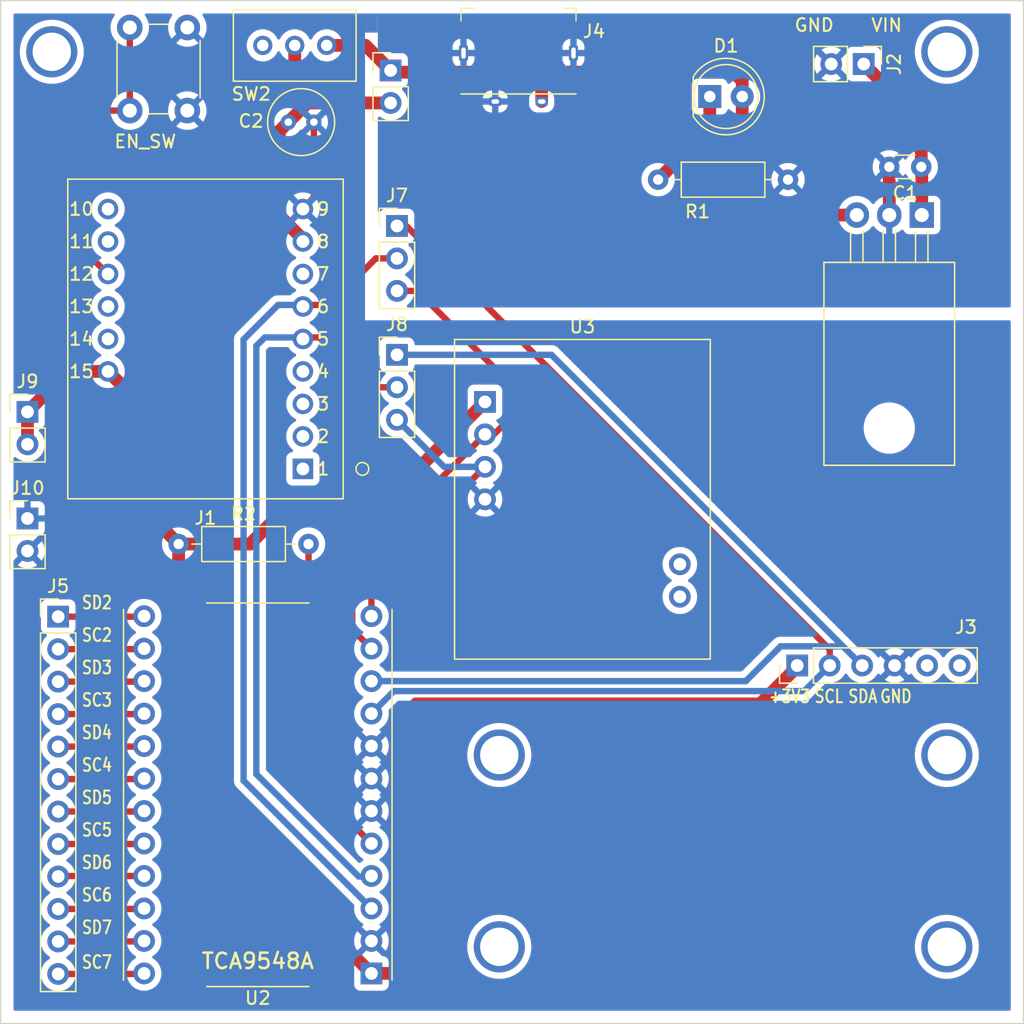
<source format=kicad_pcb>
(kicad_pcb (version 20241229) (generator "pcbnew") (generator_version "9.0")
  (layers (0 "F.Cu" signal) (2 "B.Cu" signal) (13 "F.Paste" user) (15 "B.Paste" user) (5 "F.SilkS" user "F.Silkscreen") (7 "B.SilkS" user "B.Silkscreen") (1 "F.Mask" user) (3 "B.Mask" user) (25 "Edge.Cuts" user))
  (net 0 "")
  (net 1 "GND")
  (net 2 "Net-(J2-Pin_1)")
  (net 3 "+5V")
  (net 4 "Net-(D1-K)")
  (net 9 "Net-(J1-Pin_12)")
  (net 11 "SDA")
  (net 14 "SCL")
  (net 17 "+3V3")
  (net 18 "SC0")
  (net 21 "SD0")
  (net 22 "Net-(J5-Pin_12)")
  (net 23 "Net-(J5-Pin_7)")
  (net 24 "Net-(J5-Pin_4)")
  (net 25 "Net-(J5-Pin_10)")
  (net 26 "Net-(J5-Pin_8)")
  (net 27 "Net-(J5-Pin_1)")
  (net 28 "Net-(J5-Pin_3)")
  (net 29 "Net-(J5-Pin_9)")
  (net 30 "Net-(J5-Pin_2)")
  (net 31 "Net-(J5-Pin_6)")
  (net 32 "Net-(J5-Pin_5)")
  (net 33 "Net-(J5-Pin_11)")
  (net 34 "SD1")
  (net 35 "SC1")
  (net 38 "Net-(J1-Pin_8)")
  (net 40 "Net-(U2-~{RST})")
  (footprint "Connector_PinHeader_2.54mm:PinHeader_1x03_P2.54mm_Vertical" (layer "F.Cu") (at 207 48.62)
    (property "Reference" "J7" (at 0 -2.38 0) (layer "F.SilkS") (effects (font (thickness 0.16))))
    (property "Value" "Conn_01x03_Pin" (hide yes))
    (fp_line (start -1.38 -1.38) (end 0 -1.38) (stroke (width 0.12)) (layer "F.SilkS"))
    (fp_line (start -1.38 0) (end -1.38 -1.38) (stroke (width 0.12)) (layer "F.SilkS"))
    (fp_line (start -1.38 1.27) (end -1.38 6.46) (stroke (width 0.12)) (layer "F.SilkS"))
    (fp_line (start -1.38 1.27) (end 1.38 1.27) (stroke (width 0.12)) (layer "F.SilkS"))
    (fp_line (start -1.38 6.46) (end 1.38 6.46) (stroke (width 0.12)) (layer "F.SilkS"))
    (fp_line (start 1.38 1.27) (end 1.38 6.46) (stroke (width 0.12)) (layer "F.SilkS"))
    (pad "1" thru_hole rect (at 0 0) (size 1.7 1.7) (drill 1) (layers "*.Cu" "*.Mask") (net 18 "SC0"))
    (pad "2" thru_hole circle (at 0 2.54) (size 1.7 1.7) (drill 1) (layers "*.Cu" "*.Mask") (net 14 "SCL"))
    (pad "3" thru_hole circle (at 0 5.08) (size 1.7 1.7) (drill 1) (layers "*.Cu" "*.Mask") (net 35 "SC1"))
  )
  (footprint "Resistor_THT:R_Axial_DIN0207_L6.3mm_D2.5mm_P10.16mm_Horizontal" (layer "F.Cu") (at 227.42 45)
    (property "Reference" "R1" (at 3.08 2.5 0) (layer "F.SilkS") (effects (font (thickness 0.16))))
    (property "Value" "1k")
    (fp_line (start 1.04 0) (end 1.81 0) (stroke (width 0.12)) (layer "F.SilkS"))
    (fp_line (start 9.12 0) (end 8.35 0) (stroke (width 0.12)) (layer "F.SilkS"))
    (fp_rect (start 1.81 -1.37) (end 8.35 1.37) (stroke (width 0.12)) (fill no) (layer "F.SilkS"))
    (pad "1" thru_hole circle (at 0 0) (size 1.6 1.6) (drill 0.8) (layers "*.Cu" "*.Mask") (net 4 "Net-(D1-K)"))
    (pad "2" thru_hole circle (at 10.16 0) (size 1.6 1.6) (drill 0.8) (layers "*.Cu" "*.Mask") (net 1 "GND"))
  )
  (footprint "Package_TO_SOT_THT:TO-220-3_Horizontal_TabDown" (layer "F.Cu") (at 248.04 47.77 180)
    (property "Reference" "U1" (hide yes))
    (property "Value" "BP5293-50" (hide yes))
    (fp_line (start 7.65 -3.7) (end 7.65 -19.57) (stroke (width 0.12)) (layer "F.SilkS"))
    (fp_line (start 5.565 -3.7) (end 5.565 -1.26) (stroke (width 0.12)) (layer "F.SilkS"))
    (fp_line (start 4.595 -3.7) (end 4.595 -1.26) (stroke (width 0.12)) (layer "F.SilkS"))
    (fp_line (start 3.025 -3.7) (end 3.025 -1.26) (stroke (width 0.12)) (layer "F.SilkS"))
    (fp_line (start 2.055 -3.7) (end 2.055 -1.26) (stroke (width 0.12)) (layer "F.SilkS"))
    (fp_line (start 0.485 -3.7) (end 0.485 -1.26) (stroke (width 0.12)) (layer "F.SilkS"))
    (fp_line (start -0.485 -3.7) (end -0.485 -1.26) (stroke (width 0.12)) (layer "F.SilkS"))
    (fp_line (start -2.57 -3.7) (end 7.65 -3.7) (stroke (width 0.12)) (layer "F.SilkS"))
    (fp_line (start -2.57 -3.7) (end -2.57 -19.57) (stroke (width 0.12)) (layer "F.SilkS"))
    (fp_line (start -2.57 -19.57) (end 7.65 -19.57) (stroke (width 0.12)) (layer "F.SilkS"))
    (pad "" np_thru_hole circle (at 2.54 -16.66 180) (size 3.5 3.5) (drill 3.5) (layers "*.Cu" "*.Mask"))
    (pad "1" thru_hole rect (at 0 0 180) (size 1.905 2) (drill 1.1) (layers "*.Cu" "*.Mask") (net 2 "Net-(J2-Pin_1)"))
    (pad "2" thru_hole oval (at 2.54 0 180) (size 1.905 2) (drill 1.1) (layers "*.Cu" "*.Mask") (net 1 "GND"))
    (pad "3" thru_hole oval (at 5.08 0 180) (size 1.905 2) (drill 1.1) (layers "*.Cu" "*.Mask") (net 3 "+5V"))
  )
  (footprint "KP-BNO055:KP-BNO055" (layer "F.Cu") (at 221.5 70)
    (property "Reference" "U3" (at 0 -13.5 0) (layer "F.SilkS") (effects (font (thickness 0.16))))
    (property "Value" "KP-BNO055")
    (fp_rect (start -10 -12.5) (end 10 12.5) (stroke (width 0.12)) (fill no) (layer "F.SilkS"))
    (pad "1" thru_hole rect (at -7.62 -7.62) (size 1.7 1.7) (drill 1) (layers "*.Cu" "*.Mask") (net 17 "+3V3"))
    (pad "2" thru_hole circle (at -7.62 -5.08) (size 1.7 1.7) (drill 1) (layers "*.Cu" "*.Mask") (net 35 "SC1"))
    (pad "3" thru_hole circle (at -7.62 -2.54) (size 1.7 1.7) (drill 1) (layers "*.Cu" "*.Mask") (net 34 "SD1"))
    (pad "4" thru_hole circle (at -7.62 0) (size 1.7 1.7) (drill 1) (layers "*.Cu" "*.Mask") (net 1 "GND"))
    (pad "5" thru_hole circle (at 7.62 7.62) (size 1.7 1.7) (drill 1) (layers "*.Cu" "*.Mask"))
    (pad "6" thru_hole circle (at 7.62 5.08) (size 1.7 1.7) (drill 1) (layers "*.Cu" "*.Mask"))
  )
  (footprint "Connector_PinHeader_2.54mm:PinHeader_1x02_P2.54mm_Vertical" (layer "F.Cu") (at 206.5 36.46)
    (property "Reference" "J6" (hide yes))
    (property "Value" "Conn_01x02_Pin" (hide yes))
    (fp_line (start -1.38 -1.38) (end 0 -1.38) (stroke (width 0.12)) (layer "F.SilkS"))
    (fp_line (start -1.38 0) (end -1.38 -1.38) (stroke (width 0.12)) (layer "F.SilkS"))
    (fp_line (start -1.38 1.27) (end -1.38 3.92) (stroke (width 0.12)) (layer "F.SilkS"))
    (fp_line (start -1.38 1.27) (end 1.38 1.27) (stroke (width 0.12)) (layer "F.SilkS"))
    (fp_line (start -1.38 3.92) (end 1.38 3.92) (stroke (width 0.12)) (layer "F.SilkS"))
    (fp_line (start 1.38 1.27) (end 1.38 3.92) (stroke (width 0.12)) (layer "F.SilkS"))
    (pad "1" thru_hole rect (at 0 0) (size 1.7 1.7) (drill 1) (layers "*.Cu" "*.Mask") (net 3 "+5V"))
    (pad "2" thru_hole circle (at 0 2.54) (size 1.7 1.7) (drill 1) (layers "*.Cu" "*.Mask") (net 38 "Net-(J1-Pin_8)"))
  )
  (footprint "Resistor_THT:R_Axial_DIN0207_L6.3mm_D2.5mm_P10.16mm_Horizontal" (layer "F.Cu") (at 189.92 73.5)
    (property "Reference" "R2" (at 5.08 -2.37 0) (layer "F.SilkS") (effects (font (thickness 0.16))))
    (property "Value" "10k")
    (fp_line (start 1.04 0) (end 1.81 0) (stroke (width 0.12)) (layer "F.SilkS"))
    (fp_line (start 9.12 0) (end 8.35 0) (stroke (width 0.12)) (layer "F.SilkS"))
    (fp_rect (start 1.81 -1.37) (end 8.35 1.37) (stroke (width 0.12)) (fill no) (layer "F.SilkS"))
    (pad "1" thru_hole circle (at 0 0) (size 1.6 1.6) (drill 0.8) (layers "*.Cu" "*.Mask") (net 17 "+3V3"))
    (pad "2" thru_hole circle (at 10.16 0) (size 1.6 1.6) (drill 0.8) (layers "*.Cu" "*.Mask") (net 40 "Net-(U2-~{RST})"))
  )
  (footprint "LED_THT:LED_D5.0mm" (layer "F.Cu") (at 231.46 38.5)
    (property "Reference" "D1" (at 1.27 -3.96 0) (layer "F.SilkS") (effects (font (thickness 0.16))))
    (property "Value" "PWR" (hide yes))
    (fp_line (start -1.29 -1.545) (end -1.29 1.545) (stroke (width 0.12)) (layer "F.SilkS"))
    (fp_arc (start -1.29 -1.54483) (mid 2.071779 -2.880495) (end 4.26 0) (stroke (width 0.12)) (layer "F.SilkS"))
    (fp_arc (start 4.26 0) (mid 2.071779 2.880495) (end -1.29 1.54483) (stroke (width 0.12)) (layer "F.SilkS"))
    (fp_circle (center 1.27 0) (end 3.77 0) (stroke (width 0.12)) (fill no) (layer "F.SilkS"))
    (pad "1" thru_hole rect (at 0 0) (size 1.8 1.8) (drill 0.9) (layers "*.Cu" "*.Mask") (net 4 "Net-(D1-K)"))
    (pad "2" thru_hole circle (at 2.54 0) (size 1.8 1.8) (drill 0.9) (layers "*.Cu" "*.Mask") (net 3 "+5V"))
  )
  (footprint "A295-CTRPB-1:A295-CTRPB-1" (layer "F.Cu") (at 216.5 35.1)
    (property "Reference" "J4" (at 5.9 -1.7 0) (layer "F.SilkS") (effects (font (thickness 0.16))))
    (property "Value" "A295-CTRPB-1")
    (fp_line (start -4.5 -3.5) (end -4.5 -2.5) (stroke (width 0.1)) (layer "F.SilkS"))
    (fp_line (start -4.5 -3.5) (end -3.5 -3.5) (stroke (width 0.1)) (layer "F.SilkS"))
    (fp_line (start 4.5 -3.5) (end 3.5 -3.5) (stroke (width 0.1)) (layer "F.SilkS"))
    (fp_line (start 4.5 -3.5) (end 4.5 -2.5) (stroke (width 0.1)) (layer "F.SilkS"))
    (fp_line (start 4.5 3.2) (end -4.5 3.2) (stroke (width 0.12)) (layer "F.SilkS"))
    (pad "GND" thru_hole roundrect (at -1.815 3.79) (size 0.96 0.71) (drill oval 0.6 0.35) (layers "*.Cu" "*.Mask") (net 1 "GND"))
    (pad "SH" thru_hole roundrect (at -4.3 0) (size 0.71 1.24) (drill oval 0.35 0.88) (layers "*.Cu" "*.Mask") (net 1 "GND"))
    (pad "SH" thru_hole roundrect (at 4.3 0) (size 0.71 1.24) (drill oval 0.35 0.88) (layers "*.Cu" "*.Mask") (net 1 "GND"))
    (pad "VBUS" thru_hole roundrect (at 1.815 3.79) (size 0.96 0.71) (drill oval 0.6 0.35) (layers "*.Cu" "*.Mask") (net 3 "+5V"))
  )
  (footprint "Capacitor_THT:C_Disc_D3.0mm_W1.6mm_P2.50mm" (layer "F.Cu") (at 248 44 180)
    (property "Reference" "C1" (at 1.25 -2.05 0) (layer "F.SilkS") (effects (font (thickness 0.16))))
    (property "Value" "0.1uF" (hide yes))
    (fp_line (start 2.015 0.92) (end 0.485 0.92) (stroke (width 0.12)) (layer "F.SilkS"))
    (fp_line (start 0.485 -0.92) (end 2.015 -0.92) (stroke (width 0.12)) (layer "F.SilkS"))
    (pad "1" thru_hole circle (at 0 0 180) (size 1.6 1.6) (drill 0.8) (layers "*.Cu" "*.Mask") (net 2 "Net-(J2-Pin_1)"))
    (pad "2" thru_hole circle (at 2.5 0 180) (size 1.6 1.6) (drill 0.8) (layers "*.Cu" "*.Mask") (net 1 "GND"))
  )
  (footprint "Connector_PinHeader_2.54mm:PinHeader_1x03_P2.54mm_Vertical" (layer "F.Cu") (at 207 58.7)
    (property "Reference" "J8" (at 0 -2.38 0) (layer "F.SilkS") (effects (font (thickness 0.16))))
    (property "Value" "Conn_01x03_Pin" (hide yes))
    (fp_line (start -1.38 -1.38) (end 0 -1.38) (stroke (width 0.12)) (layer "F.SilkS"))
    (fp_line (start -1.38 0) (end -1.38 -1.38) (stroke (width 0.12)) (layer "F.SilkS"))
    (fp_line (start -1.38 1.27) (end -1.38 6.46) (stroke (width 0.12)) (layer "F.SilkS"))
    (fp_line (start -1.38 1.27) (end 1.38 1.27) (stroke (width 0.12)) (layer "F.SilkS"))
    (fp_line (start -1.38 6.46) (end 1.38 6.46) (stroke (width 0.12)) (layer "F.SilkS"))
    (fp_line (start 1.38 1.27) (end 1.38 6.46) (stroke (width 0.12)) (layer "F.SilkS"))
    (pad "1" thru_hole rect (at 0 0) (size 1.7 1.7) (drill 1) (layers "*.Cu" "*.Mask") (net 21 "SD0"))
    (pad "2" thru_hole circle (at 0 2.54) (size 1.7 1.7) (drill 1) (layers "*.Cu" "*.Mask") (net 11 "SDA"))
    (pad "3" thru_hole circle (at 0 5.08) (size 1.7 1.7) (drill 1) (layers "*.Cu" "*.Mask") (net 34 "SD1"))
  )
  (footprint "SS12D00G3:SS12D00G3" (layer "F.Cu") (at 201.5 34.5 180)
    (property "Reference" "SW2" (at 5.9 -3.8 180) (layer "F.SilkS") (effects (font (thickness 0.16))))
    (property "Value" "SW_SPDT" (hide yes))
    (fp_line (start 7.3 -2.8) (end 7.3 2.8) (stroke (width 0.12)) (layer "F.SilkS"))
    (fp_line (start -2.3 2.8) (end 7.3 2.8) (stroke (width 0.12)) (layer "F.SilkS"))
    (fp_line (start -2.3 -2.8) (end 7.3 -2.8) (stroke (width 0.12)) (layer "F.SilkS"))
    (fp_line (start -2.3 -2.8) (end -2.3 2.8) (stroke (width 0.12)) (layer "F.SilkS"))
    (pad "1" thru_hole circle (at 0 0 180) (size 1.5 1.5) (drill 0.9) (layers "*.Cu" "*.Mask") (net 3 "+5V"))
    (pad "2" thru_hole circle (at 2.5 0 180) (size 1.5 1.5) (drill 0.9) (layers "*.Cu" "*.Mask") (net 38 "Net-(J1-Pin_8)"))
    (pad "3" thru_hole circle (at 5 0 180) (size 1.5 1.5) (drill 0.9) (layers "*.Cu" "*.Mask"))
  )
  (footprint "TCA9548A_Breakout:TCA9548A_Breakout" (layer "F.Cu") (at 196.11 93.11 180)
    (property "Reference" "U2" (at 0 -15.9 180) (layer "F.SilkS") (effects (font (thickness 0.16))))
    (property "Value" "TCA9548A")
    (fp_line (start 10.5 14.5) (end 10.5 -14.5) (stroke (width 0.12)) (layer "F.SilkS"))
    (fp_line (start -4 15) (end 4 15) (stroke (width 0.12)) (layer "F.SilkS"))
    (fp_line (start -4 -15) (end 4 -15) (stroke (width 0.12)) (layer "F.SilkS"))
    (fp_line (start -10.5 -14.5) (end -10.5 14.5) (stroke (width 0.12)) (layer "F.SilkS"))
    (fp_text user "SC6" (at 11.31 -7.83 180) (layer "F.SilkS") (effects (font (size 1 0.8) (thickness 0.16) (bold yes)) (justify right)))
    (fp_text user "SC4" (at 11.31 2.33 180) (layer "F.SilkS") (effects (font (size 1 0.8) (thickness 0.16) (bold yes)) (justify right)))
    (fp_text user "SD2" (at 11.31 15.03 180) (layer "F.SilkS") (effects (font (size 1 0.8) (thickness 0.16) (bold yes)) (justify right)))
    (fp_text user "SC7" (at 11.31 -13.09 180) (layer "F.SilkS") (effects (font (size 1 0.8) (thickness 0.16) (bold yes)) (justify right)))
    (fp_text user "SC3" (at 11.31 7.41 180) (layer "F.SilkS") (effects (font (size 1 0.8) (thickness 0.16) (bold yes)) (justify right)))
    (fp_text user "SC2" (at 11.31 12.49 180) (layer "F.SilkS") (effects (font (size 1 0.8) (thickness 0.16) (bold yes)) (justify right)))
    (fp_text user "SD3" (at 11.31 9.95 180) (layer "F.SilkS") (effects (font (size 1 0.8) (thickness 0.16) (bold yes)) (justify right)))
    (fp_text user "TCA9548A" (at 0 -13 180) (layer "F.SilkS") (effects (font (size 1.2 1.2) (thickness 0.2))))
    (fp_text user "SC5" (at 11.31 -2.75 180) (layer "F.SilkS") (effects (font (size 1 0.8) (thickness 0.16) (bold yes)) (justify right)))
    (fp_text user "SD5" (at 11.31 -0.21 180) (layer "F.SilkS") (effects (font (size 1 0.8) (thickness 0.16) (bold yes)) (justify right)))
    (fp_text user "SD4" (at 11.31 4.87 180) (layer "F.SilkS") (effects (font (size 1 0.8) (thickness 0.16) (bold yes)) (justify right)))
    (fp_text user "SD7" (at 11.31 -10.37 180) (layer "F.SilkS") (effects (font (size 1 0.8) (thickness 0.16) (bold yes)) (justify right)))
    (fp_text user "SD6" (at 11.31 -5.29 180) (layer "F.SilkS") (effects (font (size 1 0.8) (thickness 0.16) (bold yes)) (justify right)))
    (pad "1" thru_hole rect (at -8.89 -13.97 180) (size 1.7 1.7) (drill 1) (layers "*.Cu" "*.Mask") (net 17 "+3V3"))
    (pad "2" thru_hole circle (at -8.89 -11.43 180) (size 1.7 1.7) (drill 1) (layers "*.Cu" "*.Mask") (net 1 "GND"))
    (pad "3" thru_hole circle (at -8.89 -8.89 180) (size 1.7 1.7) (drill 1) (layers "*.Cu" "*.Mask") (net 14 "SCL"))
    (pad "4" thru_hole circle (at -8.89 -6.35 180) (size 1.7 1.7) (drill 1) (layers "*.Cu" "*.Mask") (net 11 "SDA"))
    (pad "5" thru_hole circle (at -8.89 -3.81 180) (size 1.7 1.7) (drill 1) (layers "*.Cu" "*.Mask") (net 40 "Net-(U2-~{RST})"))
    (pad "6" thru_hole circle (at -8.89 -1.27 180) (size 1.7 1.7) (drill 1) (layers "*.Cu" "*.Mask") (net 1 "GND"))
    (pad "7" thru_hole circle (at -8.89 1.27 180) (size 1.7 1.7) (drill 1) (layers "*.Cu" "*.Mask") (net 1 "GND"))
    (pad "8" thru_hole circle (at -8.89 3.81 180) (size 1.7 1.7) (drill 1) (layers "*.Cu" "*.Mask") (net 1 "GND"))
    (pad "9" thru_hole circle (at -8.89 6.35 180) (size 1.7 1.7) (drill 1) (layers "*.Cu" "*.Mask") (net 18 "SC0"))
    (pad "10" thru_hole circle (at -8.89 8.89 180) (size 1.7 1.7) (drill 1) (layers "*.Cu" "*.Mask") (net 21 "SD0"))
    (pad "11" thru_hole circle (at -8.89 11.43 180) (size 1.7 1.7) (drill 1) (layers "*.Cu" "*.Mask") (net 35 "SC1"))
    (pad "12" thru_hole circle (at -8.89 13.97 180) (size 1.7 1.7) (drill 1) (layers "*.Cu" "*.Mask") (net 34 "SD1"))
    (pad "13" thru_hole circle (at 8.89 13.97 180) (size 1.7 1.7) (drill 1) (layers "*.Cu" "*.Mask") (net 27 "Net-(J5-Pin_1)"))
    (pad "14" thru_hole circle (at 8.89 11.43 180) (size 1.7 1.7) (drill 1) (layers "*.Cu" "*.Mask") (net 30 "Net-(J5-Pin_2)"))
    (pad "15" thru_hole circle (at 8.89 8.89 180) (size 1.7 1.7) (drill 1) (layers "*.Cu" "*.Mask") (net 28 "Net-(J5-Pin_3)"))
    (pad "16" thru_hole circle (at 8.89 6.35 180) (size 1.7 1.7) (drill 1) (layers "*.Cu" "*.Mask") (net 24 "Net-(J5-Pin_4)"))
    (pad "17" thru_hole circle (at 8.89 3.81 180) (size 1.7 1.7) (drill 1) (layers "*.Cu" "*.Mask") (net 32 "Net-(J5-Pin_5)"))
    (pad "18" thru_hole circle (at 8.89 1.27 180) (size 1.7 1.7) (drill 1) (layers "*.Cu" "*.Mask") (net 31 "Net-(J5-Pin_6)"))
    (pad "19" thru_hole circle (at 8.89 -1.27 180) (size 1.7 1.7) (drill 1) (layers "*.Cu" "*.Mask") (net 23 "Net-(J5-Pin_7)"))
    (pad "20" thru_hole circle (at 8.89 -3.81 180) (size 1.7 1.7) (drill 1) (layers "*.Cu" "*.Mask") (net 26 "Net-(J5-Pin_8)"))
    (pad "21" thru_hole circle (at 8.89 -6.35 180) (size 1.7 1.7) (drill 1) (layers "*.Cu" "*.Mask") (net 29 "Net-(J5-Pin_9)"))
    (pad "22" thru_hole circle (at 8.89 -8.89 180) (size 1.7 1.7) (drill 1) (layers "*.Cu" "*.Mask") (net 25 "Net-(J5-Pin_10)"))
    (pad "23" thru_hole circle (at 8.89 -11.43 180) (size 1.7 1.7) (drill 1) (layers "*.Cu" "*.Mask") (net 33 "Net-(J5-Pin_11)"))
    (pad "24" thru_hole circle (at 8.89 -13.97 180) (size 1.7 1.7) (drill 1) (layers "*.Cu" "*.Mask") (net 22 "Net-(J5-Pin_12)"))
  )
  (footprint "Connector_PinHeader_2.54mm:PinHeader_1x12_P2.54mm_Vertical" (layer "F.Cu") (at 180.5 79.18)
    (property "Reference" "J5" (at 0 -2.38 0) (layer "F.SilkS") (effects (font (thickness 0.16))))
    (property "Value" "Conn_01x12_Pin" (hide yes))
    (fp_line (start -1.38 -1.38) (end 0 -1.38) (stroke (width 0.12)) (layer "F.SilkS"))
    (fp_line (start -1.38 0) (end -1.38 -1.38) (stroke (width 0.12)) (layer "F.SilkS"))
    (fp_line (start -1.38 1.27) (end -1.38 29.32) (stroke (width 0.12)) (layer "F.SilkS"))
    (fp_line (start -1.38 1.27) (end 1.38 1.27) (stroke (width 0.12)) (layer "F.SilkS"))
    (fp_line (start -1.38 29.32) (end 1.38 29.32) (stroke (width 0.12)) (layer "F.SilkS"))
    (fp_line (start 1.38 1.27) (end 1.38 29.32) (stroke (width 0.12)) (layer "F.SilkS"))
    (pad "1" thru_hole rect (at 0 0) (size 1.7 1.7) (drill 1) (layers "*.Cu" "*.Mask") (net 27 "Net-(J5-Pin_1)"))
    (pad "2" thru_hole circle (at 0 2.54) (size 1.7 1.7) (drill 1) (layers "*.Cu" "*.Mask") (net 30 "Net-(J5-Pin_2)"))
    (pad "3" thru_hole circle (at 0 5.08) (size 1.7 1.7) (drill 1) (layers "*.Cu" "*.Mask") (net 28 "Net-(J5-Pin_3)"))
    (pad "4" thru_hole circle (at 0 7.62) (size 1.7 1.7) (drill 1) (layers "*.Cu" "*.Mask") (net 24 "Net-(J5-Pin_4)"))
    (pad "5" thru_hole circle (at 0 10.16) (size 1.7 1.7) (drill 1) (layers "*.Cu" "*.Mask") (net 32 "Net-(J5-Pin_5)"))
    (pad "6" thru_hole circle (at 0 12.7) (size 1.7 1.7) (drill 1) (layers "*.Cu" "*.Mask") (net 31 "Net-(J5-Pin_6)"))
    (pad "7" thru_hole circle (at 0 15.24) (size 1.7 1.7) (drill 1) (layers "*.Cu" "*.Mask") (net 23 "Net-(J5-Pin_7)"))
    (pad "8" thru_hole circle (at 0 17.78) (size 1.7 1.7) (drill 1) (layers "*.Cu" "*.Mask") (net 26 "Net-(J5-Pin_8)"))
    (pad "9" thru_hole circle (at 0 20.32) (size 1.7 1.7) (drill 1) (layers "*.Cu" "*.Mask") (net 29 "Net-(J5-Pin_9)"))
    (pad "10" thru_hole circle (at 0 22.86) (size 1.7 1.7) (drill 1) (layers "*.Cu" "*.Mask") (net 25 "Net-(J5-Pin_10)"))
    (pad "11" thru_hole circle (at 0 25.4) (size 1.7 1.7) (drill 1) (layers "*.Cu" "*.Mask") (net 33 "Net-(J5-Pin_11)"))
    (pad "12" thru_hole circle (at 0 27.94) (size 1.7 1.7) (drill 1) (layers "*.Cu" "*.Mask") (net 22 "Net-(J5-Pin_12)"))
  )
  (footprint "Connector_PinHeader_2.54mm:PinHeader_1x06_P2.54mm_Vertical" (layer "F.Cu") (at 238.3 83 90)
    (property "Reference" "J3" (at 3 13.2 0) (layer "F.SilkS") (effects (font (thickness 0.16))))
    (property "Value" "VL53L4CX")
    (fp_line (start -1.38 -1.38) (end 0 -1.38) (stroke (width 0.12)) (layer "F.SilkS"))
    (fp_line (start -1.38 0) (end -1.38 -1.38) (stroke (width 0.12)) (layer "F.SilkS"))
    (fp_line (start 1.38 1.27) (end 1.38 14.08) (stroke (width 0.12)) (layer "F.SilkS"))
    (fp_line (start -1.38 1.27) (end 1.38 1.27) (stroke (width 0.12)) (layer "F.SilkS"))
    (fp_line (start -1.38 1.27) (end -1.38 14.08) (stroke (width 0.12)) (layer "F.SilkS"))
    (fp_line (start -1.38 14.08) (end 1.38 14.08) (stroke (width 0.12)) (layer "F.SilkS"))
    (pad "1" thru_hole rect (at 0 0 90) (size 1.7 1.7) (drill 1) (layers "*.Cu" "*.Mask") (net 17 "+3V3"))
    (pad "2" thru_hole circle (at 0 2.54 90) (size 1.7 1.7) (drill 1) (layers "*.Cu" "*.Mask") (net 18 "SC0"))
    (pad "3" thru_hole circle (at 0 5.08 90) (size 1.7 1.7) (drill 1) (layers "*.Cu" "*.Mask") (net 21 "SD0"))
    (pad "4" thru_hole circle (at 0 7.62 90) (size 1.7 1.7) (drill 1) (layers "*.Cu" "*.Mask") (net 1 "GND"))
    (pad "5" thru_hole circle (at 0 10.16 90) (size 1.7 1.7) (drill 1) (layers "*.Cu" "*.Mask"))
    (pad "6" thru_hole circle (at 0 12.7 90) (size 1.7 1.7) (drill 1) (layers "*.Cu" "*.Mask"))
  )
  (footprint "Button_Switch_THT:SW_PUSH_6mm" (layer "F.Cu") (at 186.1 39.6 90)
    (property "Reference" "SW1" (hide yes))
    (property "Value" "SW_Push" (hide yes))
    (fp_line (start 5.5 -1) (end 1 -1) (stroke (width 0.12)) (layer "F.SilkS"))
    (fp_line (start -0.25 1.5) (end -0.25 3) (stroke (width 0.12)) (layer "F.SilkS"))
    (fp_line (start 6.75 3) (end 6.75 1.5) (stroke (width 0.12)) (layer "F.SilkS"))
    (fp_line (start 1 5.5) (end 5.5 5.5) (stroke (width 0.12)) (layer "F.SilkS"))
    (pad "1" thru_hole circle (at 0 0 180) (size 2 2) (drill 1.1) (layers "*.Cu" "*.Mask") (net 9 "Net-(J1-Pin_12)"))
    (pad "1" thru_hole circle (at 6.5 0 180) (size 2 2) (drill 1.1) (layers "*.Cu" "*.Mask") (net 9 "Net-(J1-Pin_12)"))
    (pad "2" thru_hole circle (at 0 4.5 180) (size 2 2) (drill 1.1) (layers "*.Cu" "*.Mask") (net 1 "GND"))
    (pad "2" thru_hole circle (at 6.5 4.5 180) (size 2 2) (drill 1.1) (layers "*.Cu" "*.Mask") (net 1 "GND"))
  )
  (footprint "M5Stamp-Pico-Board:M5Stamp-Pico-Board" (layer "F.Cu") (at 192.02 57.46 180)
    (property "Reference" "J1" (at 0 -14 0) (layer "F.SilkS") (effects (font (thickness 0.16))))
    (property "Value" "M5Stamp_Pico" (hide yes))
    (fp_line (start 10.77 12.5) (end -10.77 12.5) (stroke (width 0.12)) (layer "F.SilkS"))
    (fp_line (start 10.77 -12.5) (end 10.77 12.5) (stroke (width 0.12)) (layer "F.SilkS"))
    (fp_line (start -10.77 12.5) (end -10.77 -12.5) (stroke (width 0.12)) (layer "F.SilkS"))
    (fp_line (start -10.77 -12.5) (end 10.77 -12.5) (stroke (width 0.12)) (layer "F.SilkS"))
    (fp_circle (center -12.27 -10.16) (end -11.77 -10.16) (stroke (width 0.12)) (fill no) (layer "F.SilkS"))
    (fp_text user "5" (at -9.2 0 0) (layer "F.SilkS") (effects (font (thickness 0.16))))
    (fp_text user "11" (at 9.7 7.62 0) (layer "F.SilkS") (effects (font (thickness 0.16))))
    (fp_text user "15" (at 9.7 -2.54 0) (layer "F.SilkS") (effects (font (thickness 0.16))))
    (fp_text user "13" (at 9.7 2.54 0) (layer "F.SilkS") (effects (font (thickness 0.16))))
    (fp_text user "6" (at -9.2 2.54 0) (layer "F.SilkS") (effects (font (thickness 0.16))))
    (fp_text user "12" (at 9.7 5.08 0) (layer "F.SilkS") (effects (font (thickness 0.16))))
    (fp_text user "3" (at -9.2 -5.08 0) (layer "F.SilkS") (effects (font (thickness 0.16))))
    (fp_text user "8" (at -9.2 7.62 0) (layer "F.SilkS") (effects (font (thickness 0.16))))
    (fp_text user "10" (at 9.7 10.16 0) (layer "F.SilkS") (effects (font (thickness 0.16))))
    (fp_text user "14" (at 9.7 0 0) (layer "F.SilkS") (effects (font (thickness 0.16))))
    (fp_text user "1" (at -9.2 -10.16 0) (layer "F.SilkS") (effects (font (thickness 0.16))))
    (fp_text user "4" (at -9.2 -2.54 0) (layer "F.SilkS") (effects (font (thickness 0.16))))
    (fp_text user "9" (at -9.2 10.16 0) (layer "F.SilkS") (effects (font (thickness 0.16))))
    (fp_text user "7" (at -9.2 5.08 0) (layer "F.SilkS") (effects (font (thickness 0.16))))
    (fp_text user "2" (at -9.2 -7.62 0) (layer "F.SilkS") (effects (font (thickness 0.16))))
    (pad "1" thru_hole rect (at -7.62 -10.16 180) (size 1.6 1.6) (drill 1) (layers "*.Cu" "*.Mask"))
    (pad "2" thru_hole circle (at -7.62 -7.62 180) (size 1.6 1.6) (drill 1) (layers "*.Cu" "*.Mask"))
    (pad "3" thru_hole circle (at -7.62 -5.08 180) (size 1.6 1.6) (drill 1) (layers "*.Cu" "*.Mask"))
    (pad "4" thru_hole circle (at -7.62 -2.54 180) (size 1.6 1.6) (drill 1) (layers "*.Cu" "*.Mask"))
    (pad "5" thru_hole circle (at -7.62 0 180) (size 1.6 1.6) (drill 1) (layers "*.Cu" "*.Mask") (net 11 "SDA"))
    (pad "6" thru_hole circle (at -7.62 2.54 180) (size 1.6 1.6) (drill 1) (layers "*.Cu" "*.Mask") (net 14 "SCL"))
    (pad "7" thru_hole circle (at -7.62 5.08 180) (size 1.6 1.6) (drill 1) (layers "*.Cu" "*.Mask"))
    (pad "8" thru_hole circle (at -7.62 7.62 180) (size 1.6 1.6) (drill 1) (layers "*.Cu" "*.Mask") (net 38 "Net-(J1-Pin_8)"))
    (pad "9" thru_hole circle (at -7.62 10.16 180) (size 1.6 1.6) (drill 1) (layers "*.Cu" "*.Mask") (net 1 "GND"))
    (pad "10" thru_hole circle (at 7.62 10.16 180) (size 1.6 1.6) (drill 1) (layers "*.Cu" "*.Mask"))
    (pad "11" thru_hole circle (at 7.62 7.62 180) (size 1.6 1.6) (drill 1) (layers "*.Cu" "*.Mask"))
    (pad "12" thru_hole circle (at 7.62 5.08 180) (size 1.6 1.6) (drill 1) (layers "*.Cu" "*.Mask") (net 9 "Net-(J1-Pin_12)"))
    (pad "13" thru_hole circle (at 7.62 2.54 180) (size 1.6 1.6) (drill 1) (layers "*.Cu" "*.Mask"))
    (pad "14" thru_hole circle (at 7.62 0 180) (size 1.6 1.6) (drill 1) (layers "*.Cu" "*.Mask"))
    (pad "15" thru_hole circle (at 7.62 -2.54 180) (size 1.6 1.6) (drill 1) (layers "*.Cu" "*.Mask") (net 17 "+3V3"))
  )
  (footprint "Capacitor_THT:C_Radial_D5.0mm_H5.0mm_P2.00mm" (layer "F.Cu") (at 198.5 40.5)
    (property "Reference" "C2" (hide yes))
    (property "Value" "10uF" (hide yes))
    (fp_circle (center 1 0) (end 3.62 0) (stroke (width 0.12)) (fill no) (layer "F.SilkS"))
    (pad "1" thru_hole circle (at 0 0) (size 1.2 1.2) (drill 0.6) (layers "*.Cu" "*.Mask") (net 38 "Net-(J1-Pin_8)"))
    (pad "2" thru_hole circle (at 2 0) (size 1.2 1.2) (drill 0.6) (layers "*.Cu" "*.Mask") (net 1 "GND"))
  )
  (footprint "Connector_PinHeader_2.54mm:PinHeader_1x02_P2.54mm_Vertical" (layer "F.Cu") (at 178.1 71.5)
    (property "Reference" "J10" (at 0 -2.38 0) (layer "F.SilkS") (effects (font (thickness 0.16))))
    (property "Value" "PinHeader" (hide yes))
    (fp_line (start -1.38 -1.38) (end 0 -1.38) (stroke (width 0.12)) (layer "F.SilkS"))
    (fp_line (start -1.38 0) (end -1.38 -1.38) (stroke (width 0.12)) (layer "F.SilkS"))
    (fp_line (start -1.38 1.27) (end -1.38 3.92) (stroke (width 0.12)) (layer "F.SilkS"))
    (fp_line (start -1.38 1.27) (end 1.38 1.27) (stroke (width 0.12)) (layer "F.SilkS"))
    (fp_line (start -1.38 3.92) (end 1.38 3.92) (stroke (width 0.12)) (layer "F.SilkS"))
    (fp_line (start 1.38 1.27) (end 1.38 3.92) (stroke (width 0.12)) (layer "F.SilkS"))
    (pad "1" thru_hole rect (at 0 0) (size 1.7 1.7) (drill 1) (layers "*.Cu" "*.Mask") (net 1 "GND"))
    (pad "2" thru_hole circle (at 0 2.54) (size 1.7 1.7) (drill 1) (layers "*.Cu" "*.Mask") (net 1 "GND"))
  )
  (footprint "Connector_PinHeader_2.54mm:PinHeader_1x02_P2.54mm_Vertical" (layer "F.Cu") (at 243.5 35.96 -90)
    (property "Reference" "J2" (at 0 -2.38 90) (layer "F.SilkS") (effects (font (thickness 0.16))))
    (property "Value" "Conn_01x02_Pin" (hide yes))
    (fp_line (start -1.38 3.92) (end 1.38 3.92) (stroke (width 0.12)) (layer "F.SilkS"))
    (fp_line (start -1.38 1.27) (end -1.38 3.92) (stroke (width 0.12)) (layer "F.SilkS"))
    (fp_line (start -1.38 1.27) (end 1.38 1.27) (stroke (width 0.12)) (layer "F.SilkS"))
    (fp_line (start 1.38 1.27) (end 1.38 3.92) (stroke (width 0.12)) (layer "F.SilkS"))
    (fp_line (start -1.38 0) (end -1.38 -1.38) (stroke (width 0.12)) (layer "F.SilkS"))
    (fp_line (start -1.38 -1.38) (end 0 -1.38) (stroke (width 0.12)) (layer "F.SilkS"))
    (pad "1" thru_hole rect (at 0 0 270) (size 1.7 1.7) (drill 1) (layers "*.Cu" "*.Mask") (net 2 "Net-(J2-Pin_1)"))
    (pad "2" thru_hole circle (at 0 2.54 270) (size 1.7 1.7) (drill 1) (layers "*.Cu" "*.Mask") (net 1 "GND"))
  )
  (footprint "Connector_PinHeader_2.54mm:PinHeader_1x02_P2.54mm_Vertical" (layer "F.Cu") (at 178.1 63.16)
    (property "Reference" "J9" (at 0 -2.38 0) (layer "F.SilkS") (effects (font (thickness 0.16))))
    (property "Value" "PinHeader" (hide yes))
    (fp_line (start -1.38 -1.38) (end 0 -1.38) (stroke (width 0.12)) (layer "F.SilkS"))
    (fp_line (start -1.38 0) (end -1.38 -1.38) (stroke (width 0.12)) (layer "F.SilkS"))
    (fp_line (start -1.38 1.27) (end -1.38 3.92) (stroke (width 0.12)) (layer "F.SilkS"))
    (fp_line (start -1.38 1.27) (end 1.38 1.27) (stroke (width 0.12)) (layer "F.SilkS"))
    (fp_line (start -1.38 3.92) (end 1.38 3.92) (stroke (width 0.12)) (layer "F.SilkS"))
    (fp_line (start 1.38 1.27) (end 1.38 3.92) (stroke (width 0.12)) (layer "F.SilkS"))
    (pad "1" thru_hole rect (at 0 0) (size 1.7 1.7) (drill 1) (layers "*.Cu" "*.Mask") (net 17 "+3V3"))
    (pad "2" thru_hole circle (at 0 2.54) (size 1.7 1.7) (drill 1) (layers "*.Cu" "*.Mask") (net 17 "+3V3"))
  )
  (gr_rect (start 176 31) (end 256 111) (stroke (width 0.1)) (fill no) (layer "Edge.Cuts"))
  (gr_text "GND" (at 244.7 86 0) (layer "F.SilkS") (effects (font (size 1 0.8) (thickness 0.16) (bold yes)) (justify left bottom)))
  (gr_text "VIN" (at 244 33.5 0) (layer "F.SilkS") (effects (font (size 1 1) (thickness 0.16)) (justify left bottom)))
  (gr_text "GND" (at 238 33.5 0) (layer "F.SilkS") (effects (font (size 1 1) (thickness 0.16)) (justify left bottom)))
  (gr_text "C2" (at 194.5 41 0) (layer "F.SilkS") (effects (font (size 1 1) (thickness 0.16)) (justify left bottom)))
  (gr_text "EN_SW" (at 184.8 42.6 0) (layer "F.SilkS") (effects (font (size 1 1) (thickness 0.16)) (justify left bottom)))
  (gr_text "SDA" (at 242.2 86 0) (layer "F.SilkS") (effects (font (size 1 0.8) (thickness 0.16) (bold yes)) (justify left bottom)))
  (gr_text "SCL" (at 239.57 86 0) (layer "F.SilkS") (effects (font (size 1 0.8) (thickness 0.16) (bold yes)) (justify left bottom)))
  (gr_text "+3V3" (at 236 86 0) (layer "F.SilkS") (effects (font (size 1 0.8) (thickness 0.16) (bold yes)) (justify left bottom)))
  (via (at 250 105) (size 4) (drill 3) (layers "F.Cu" "B.Cu") (net 0))
  (via (at 215 105) (size 4) (drill 3) (layers "F.Cu" "B.Cu") (net 0))
  (via (at 180 35) (size 4) (drill 3) (layers "F.Cu" "B.Cu") (net 0))
  (via (at 250 35) (size 4) (drill 3) (layers "F.Cu" "B.Cu") (net 0))
  (via (at 250 90) (size 4) (drill 3) (layers "F.Cu" "B.Cu") (net 0))
  (via (at 215 90) (size 4) (drill 3) (layers "F.Cu" "B.Cu") (net 0))
  (segment (start 200.5 40.5) (end 200.499999 46.380001) (width 0.5) (layer "F.Cu") (net 1))
  (segment (start 200.499999 46.380001) (end 199.7 47.18) (width 0.5) (layer "F.Cu") (net 1))
  (segment (start 245.5 47.77) (end 245.5 44) (width 1) (layer "F.Cu") (net 1))
  (segment (start 248 44) (end 248 40.46) (width 1) (layer "F.Cu") (net 2))
  (segment (start 248 40.46) (end 243.5 35.96) (width 1) (layer "F.Cu") (net 2))
  (segment (start 248.04 47.77) (end 248.04 44.04) (width 1) (layer "F.Cu") (net 2))
  (segment (start 248.04 44.04) (end 248 44) (width 0.25) (layer "F.Cu") (net 2))
  (segment (start 234 38.5) (end 234 37.282) (width 1) (layer "F.Cu") (net 3))
  (segment (start 234 38.5) (end 234 45.77) (width 1) (layer "F.Cu") (net 3))
  (segment (start 234 45.77) (end 236 47.77) (width 1) (layer "F.Cu") (net 3))
  (segment (start 242.96 47.77) (end 242.96 47.46) (width 0.25) (layer "F.Cu") (net 3))
  (segment (start 206.64 36.6) (end 218.3 36.6) (width 1) (layer "F.Cu") (net 3))
  (segment (start 204.54 34.5) (end 206.5 36.46) (width 1) (layer "F.Cu") (net 3))
  (segment (start 234 37.282) (end 233.318 36.6) (width 1) (layer "F.Cu") (net 3))
  (segment (start 218.315 36.615) (end 218.3 36.6) (width 0.25) (layer "F.Cu") (net 3))
  (segment (start 206.5 36.46) (end 206.64 36.6) (width 1) (layer "F.Cu") (net 3))
  (segment (start 218.315 38.89) (end 218.315 36.615) (width 1) (layer "F.Cu") (net 3))
  (segment (start 242.96 47.77) (end 236 47.77) (width 1) (layer "F.Cu") (net 3))
  (segment (start 201.5 34.5) (end 204.54 34.5) (width 1) (layer "F.Cu") (net 3))
  (segment (start 206.5 36.46) (end 206.641 36.601) (width 1) (layer "F.Cu") (net 3))
  (segment (start 218.3 36.6) (end 233.318 36.6) (width 1) (layer "F.Cu") (net 3))
  (segment (start 231.46 40.96) (end 227.42 45) (width 1) (layer "F.Cu") (net 4))
  (segment (start 231.46 38.5) (end 231.46 40.96) (width 1) (layer "F.Cu") (net 4))
  (segment (start 181.5 49.5) (end 181.5 40.5) (width 0.5) (layer "F.Cu") (net 9))
  (segment (start 181.5 40.5) (end 182.4 39.6) (width 0.5) (layer "F.Cu") (net 9))
  (segment (start 184.26 52.26) (end 184.08 52.08) (width 0.25) (layer "F.Cu") (net 9))
  (segment (start 186.1 39.6) (end 182.4 39.6) (width 0.5) (layer "F.Cu") (net 9))
  (segment (start 184.08 52.08) (end 181.5 49.5) (width 0.5) (layer "F.Cu") (net 9))
  (segment (start 186.1 39.6) (end 186.1 33.1) (width 0.5) (layer "F.Cu") (net 9))
  (segment (start 207 61.24) (end 204.84 61.24) (width 0.5) (layer "F.Cu") (net 11))
  (segment (start 199.7 57.34) (end 200.94 57.34) (width 0.5) (layer "F.Cu") (net 11))
  (segment (start 200.94 57.34) (end 204.84 61.24) (width 0.5) (layer "F.Cu") (net 11))
  (segment (start 196 91.5) (end 196 58) (width 0.5) (layer "B.Cu") (net 11))
  (segment (start 204 99.5) (end 196 91.5) (width 0.5) (layer "B.Cu") (net 11))
  (segment (start 204.96 99.5) (end 204 99.5) (width 0.5) (layer "B.Cu") (net 11))
  (segment (start 199.7 57.34) (end 196.66 57.34) (width 0.5) (layer "B.Cu") (net 11))
  (segment (start 196 58) (end 196.66 57.34) (width 0.5) (layer "B.Cu") (net 11))
  (segment (start 205 99.46) (end 204.96 99.5) (width 0.25) (layer "B.Cu") (net 11))
  (segment (start 205.34 51.16) (end 207 51.16) (width 0.5) (layer "F.Cu") (net 14))
  (segment (start 199.7 54.8) (end 201.7 54.8) (width 0.5) (layer "F.Cu") (net 14))
  (segment (start 201.7 54.8) (end 205.34 51.16) (width 0.5) (layer "F.Cu") (net 14))
  (segment (start 199.7 54.8) (end 197.7 54.8) (width 0.5) (layer "B.Cu") (net 14))
  (segment (start 195 92) (end 195 57.5) (width 0.5) (layer "B.Cu") (net 14))
  (segment (start 197.7 54.8) (end 195 57.5) (width 0.5) (layer "B.Cu") (net 14))
  (segment (start 205 102) (end 195 92) (width 0.5) (layer "B.Cu") (net 14))
  (segment (start 178.1 63.16) (end 181.16 60.1) (width 1) (layer "F.Cu") (net 17))
  (segment (start 198.5 70.5) (end 205.76 70.5) (width 1) (layer "F.Cu") (net 17))
  (segment (start 235.4 86) (end 238.3 83.1) (width 1) (layer "F.Cu") (net 17))
  (segment (start 205 107.08) (end 206.82 107.08) (width 1) (layer "F.Cu") (net 17))
  (segment (start 206.82 107.08) (end 207.6 106.3) (width 1) (layer "F.Cu") (net 17))
  (segment (start 208.5 86) (end 235.4 86) (width 1) (layer "F.Cu") (net 17))
  (segment (start 207.6 106.3) (end 207.6 86.9) (width 1) (layer "F.Cu") (net 17))
  (segment (start 238.3 83.1) (end 238.3 83) (width 0.25) (layer "F.Cu") (net 17))
  (segment (start 189.92 73.5) (end 195.5 73.5) (width 1) (layer "F.Cu") (net 17))
  (segment (start 181.2 60.1) (end 181.3 60) (width 0.2) (layer "F.Cu") (net 17))
  (segment (start 195.5 73.5) (end 198.5 70.5) (width 1) (layer "F.Cu") (net 17))
  (segment (start 181.3 60) (end 184.4 60) (width 1) (layer "F.Cu") (net 17))
  (segment (start 187 62.6) (end 187 70.58) (width 1) (layer "F.Cu") (net 17))
  (segment (start 181.16 60.1) (end 181.2 60.1) (width 0.2) (layer "F.Cu") (net 17))
  (segment (start 207.6 86.9) (end 208.5 86) (width 1) (layer "F.Cu") (net 17))
  (segment (start 184.4 60) (end 187 62.6) (width 1) (layer "F.Cu") (net 17))
  (segment (start 187 70.58) (end 189.92 73.5) (width 1) (layer "F.Cu") (net 17))
  (segment (start 205 107.08) (end 189.92 92) (width 1) (layer "F.Cu") (net 17))
  (segment (start 178.1 63.16) (end 178.1 65.7) (width 1) (layer "F.Cu") (net 17))
  (segment (start 205.76 70.5) (end 213.88 62.38) (width 1) (layer "F.Cu") (net 17))
  (segment (start 189.92 92) (end 189.92 73.5) (width 1) (layer "F.Cu") (net 17))
  (segment (start 240.8 82.96) (end 240.84 83) (width 0.25) (layer "F.Cu") (net 18))
  (segment (start 207.72 48.62) (end 240.84 81.74) (width 0.5) (layer "F.Cu") (net 18))
  (segment (start 207 48.62) (end 207.72 48.62) (width 0.25) (layer "F.Cu") (net 18))
  (segment (start 240.84 83) (end 240.84 81.74) (width 0.5) (layer "F.Cu") (net 18))
  (segment (start 207.04 48.8) (end 207.1 48.74) (width 0.25) (layer "F.Cu") (net 18))
  (segment (start 205 86.76) (end 206.76 85) (width 0.5) (layer "B.Cu") (net 18))
  (segment (start 240.84 83) (end 238.84 85) (width 0.5) (layer "B.Cu") (net 18))
  (segment (start 206.76 85) (end 238.84 85) (width 0.5) (layer "B.Cu") (net 18))
  (segment (start 237 81.5) (end 241.88 81.5) (width 0.5) (layer "B.Cu") (net 21))
  (segment (start 207 58.7) (end 219.08 58.7) (width 0.5) (layer "B.Cu") (net 21))
  (segment (start 219.08 58.7) (end 243.38 83) (width 0.5) (layer "B.Cu") (net 21))
  (segment (start 241.88 81.5) (end 243.38 83) (width 0.25) (layer "B.Cu") (net 21))
  (segment (start 234.28 84.22) (end 237 81.5) (width 0.5) (layer "B.Cu") (net 21))
  (segment (start 205 84.22) (end 234.28 84.22) (width 0.5) (layer "B.Cu") (net 21))
  (segment (start 180.5 107.12) (end 187.18 107.12) (width 0.5) (layer "F.Cu") (net 22))
  (segment (start 187.18 107.12) (end 187.22 107.08) (width 0.25) (layer "F.Cu") (net 22))
  (segment (start 187.18 94.42) (end 187.22 94.38) (width 0.25) (layer "F.Cu") (net 23))
  (segment (start 180.5 94.42) (end 187.18 94.42) (width 0.5) (layer "F.Cu") (net 23))
  (segment (start 180.5 86.8) (end 187.18 86.8) (width 0.5) (layer "F.Cu") (net 24))
  (segment (start 187.18 86.8) (end 187.22 86.76) (width 0.25) (layer "F.Cu") (net 24))
  (segment (start 180.5 102.04) (end 187.18 102.04) (width 0.5) (layer "F.Cu") (net 25))
  (segment (start 187.18 102.04) (end 187.22 102) (width 0.25) (layer "F.Cu") (net 25))
  (segment (start 187.18 96.96) (end 187.22 96.92) (width 0.25) (layer "F.Cu") (net 26))
  (segment (start 180.5 96.96) (end 187.18 96.96) (width 0.5) (layer "F.Cu") (net 26))
  (segment (start 187.18 79.18) (end 187.22 79.14) (width 0.25) (layer "F.Cu") (net 27))
  (segment (start 180.5 79.18) (end 187.18 79.18) (width 0.5) (layer "F.Cu") (net 27))
  (segment (start 187.18 84.26) (end 187.22 84.22) (width 0.25) (layer "F.Cu") (net 28))
  (segment (start 180.5 84.26) (end 187.18 84.26) (width 0.5) (layer "F.Cu") (net 28))
  (segment (start 181 99.5) (end 181.04 99.46) (width 0.25) (layer "F.Cu") (net 29))
  (segment (start 180.5 99.5) (end 181 99.5) (width 0.25) (layer "F.Cu") (net 29))
  (segment (start 181.04 99.46) (end 187.22 99.46) (width 0.5) (layer "F.Cu") (net 29))
  (segment (start 187.18 81.72) (end 187.22 81.68) (width 0.25) (layer "F.Cu") (net 30))
  (segment (start 180.5 81.72) (end 187.18 81.72) (width 0.5) (layer "F.Cu") (net 30))
  (segment (start 180.5 91.88) (end 187.18 91.88) (width 0.5) (layer "F.Cu") (net 31))
  (segment (start 187.18 91.88) (end 187.22 91.84) (width 0.25) (layer "F.Cu") (net 31))
  (segment (start 187.18 89.34) (end 187.22 89.3) (width 0.25) (layer "F.Cu") (net 32))
  (segment (start 180.5 89.34) (end 187.18 89.34) (width 0.5) (layer "F.Cu") (net 32))
  (segment (start 187.18 104.58) (end 187.22 104.54) (width 0.25) (layer "F.Cu") (net 33))
  (segment (start 180.5 104.58) (end 187.18 104.58) (width 0.5) (layer "F.Cu") (net 33))
  (segment (start 205 76.34) (end 205 79.14) (width 0.5) (layer "F.Cu") (net 34))
  (segment (start 213.88 67.46) (end 205 76.34) (width 0.5) (layer "F.Cu") (net 34))
  (segment (start 207 63.78) (end 210.68 67.46) (width 0.5) (layer "B.Cu") (net 34))
  (segment (start 210.68 67.46) (end 213.88 67.46) (width 0.5) (layer "B.Cu") (net 34))
  (segment (start 203.5 80.18) (end 203.5 75.3) (width 0.5) (layer "F.Cu") (net 35))
  (segment (start 213.9 64.9) (end 213.88 64.92) (width 0.25) (layer "F.Cu") (net 35))
  (segment (start 216.3 61.4) (end 216.3 63.2) (width 0.5) (layer "F.Cu") (net 35))
  (segment (start 207 53.7) (end 208.6 53.7) (width 0.5) (layer "F.Cu") (net 35))
  (segment (start 216.3 63.2) (end 214.6 64.9) (width 0.5) (layer "F.Cu") (net 35))
  (segment (start 214.6 64.9) (end 213.9 64.9) (width 0.25) (layer "F.Cu") (net 35))
  (segment (start 208.6 53.7) (end 216.3 61.4) (width 0.5) (layer "F.Cu") (net 35))
  (segment (start 205 81.68) (end 203.5 80.18) (width 0.5) (layer "F.Cu") (net 35))
  (segment (start 213.88 64.92) (end 203.5 75.3) (width 0.5) (layer "F.Cu") (net 35))
  (segment (start 197.8 41.2) (end 197.8 47.82) (width 1) (layer "F.Cu") (net 38))
  (segment (start 198.5 40.5) (end 197.8 41.2) (width 1) (layer "F.Cu") (net 38))
  (segment (start 200 39) (end 206.5 39) (width 1) (layer "F.Cu") (net 38))
  (segment (start 199 38) (end 200 39) (width 1) (layer "F.Cu") (net 38))
  (segment (start 198.5 40.5) (end 200 39) (width 1) (layer "F.Cu") (net 38))
  (segment (start 199 34.5) (end 199 38) (width 1) (layer "F.Cu") (net 38))
  (segment (start 197.8 47.82) (end 199.7 49.72) (width 1) (layer "F.Cu") (net 38))
  (segment (start 200.08 73.5) (end 200.08 92) (width 0.5) (layer "F.Cu") (net 40))
  (segment (start 200.08 92) (end 205 96.92) (width 0.5) (layer "F.Cu") (net 40))
  (zone (net 1) (net_name "GND") (layer "B.Cu") (priority 1) (connect_pads (clearance 0.5)) (min_thickness 0.25) (fill yes (thermal_gap 0.5) (thermal_bridge_width 0.5))
    (polygon (pts (xy 205.5 32) (xy 205.5 55) (xy 255 55) (xy 255 32)))
  )
  (zone (net 1) (net_name "GND") (layer "B.Cu") (connect_pads (clearance 0.5)) (min_thickness 0.25) (fill yes (thermal_gap 0.5) (thermal_bridge_width 0.5))
    (polygon (pts (xy 177 32) (xy 177 110) (xy 255 110) (xy 255 56) (xy 204.5 56) (xy 204.5 32)))
  )
  (zone (net 1) (net_name "GND") (layer "B.Cu") (priority 2) (connect_pads (clearance 0.5)) (min_thickness 0.25) (fill yes (thermal_gap 0.5) (thermal_bridge_width 0.5))
    (polygon (pts (xy 204.5 32) (xy 204.5 33.5) (xy 205.5 33.5) (xy 205.5 32)))
  )
)
</source>
